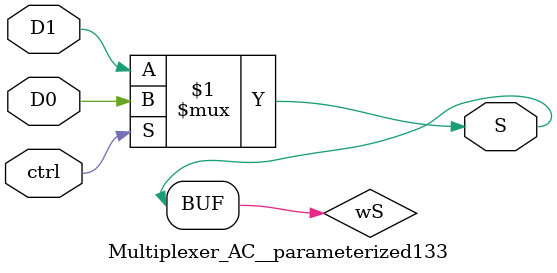
<source format=v>

module Multiplexer_AC__parameterized133 (
  input ctrl,
  input [0:0] D0,
  input [0:0] D1,
  output [0:0] S
);

  wire [0:0] wD0;
  wire [0:0] wD1;
  wire [0:0] wS;
  wire wCtrl;

  // LUT3 with initial value of 8'hB8
  assign wS = ctrl ? D0 : D1;
  assign S = wS;

endmodule
</source>
